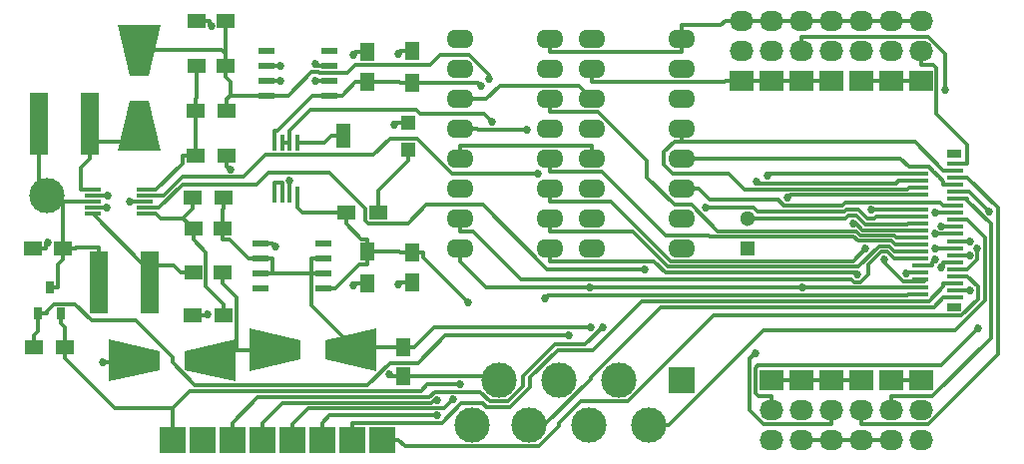
<source format=gtl>
G04 #@! TF.FileFunction,Copper,L1,Top,Signal*
%FSLAX46Y46*%
G04 Gerber Fmt 4.6, Leading zero omitted, Abs format (unit mm)*
G04 Created by KiCad (PCBNEW 4.0.4+e1-6308~48~ubuntu16.04.1-stable) date Wed Oct 19 17:44:58 2016*
%MOMM*%
%LPD*%
G01*
G04 APERTURE LIST*
%ADD10C,0.150000*%
%ADD11R,1.500000X1.250000*%
%ADD12R,1.250000X1.500000*%
%ADD13R,1.300000X1.300000*%
%ADD14C,1.300000*%
%ADD15R,1.501140X5.300980*%
%ADD16R,2.235200X2.235200*%
%ADD17R,0.800100X1.000760*%
%ADD18R,1.500000X1.300000*%
%ADD19R,1.300000X1.500000*%
%ADD20R,1.300000X2.000000*%
%ADD21R,1.400000X0.300000*%
%ADD22R,0.450000X1.450000*%
%ADD23R,2.032000X1.727200*%
%ADD24O,2.032000X1.727200*%
%ADD25O,2.300000X1.600000*%
%ADD26R,1.399540X0.599440*%
%ADD27C,3.000000*%
%ADD28R,1.200000X0.650000*%
%ADD29C,0.685800*%
%ADD30C,0.355600*%
%ADD31C,0.304800*%
%ADD32C,0.299800*%
G04 APERTURE END LIST*
D10*
D11*
X82149000Y-131064000D03*
X79649000Y-131064000D03*
X93238000Y-133096000D03*
X95738000Y-133096000D03*
X95738000Y-129413000D03*
X93238000Y-129413000D03*
X95992000Y-115570000D03*
X93492000Y-115570000D03*
D12*
X110998000Y-139466000D03*
X110998000Y-141966000D03*
D11*
X93492000Y-111760000D03*
X95992000Y-111760000D03*
D12*
X107950000Y-116947000D03*
X107950000Y-114447000D03*
X111760000Y-131465000D03*
X111760000Y-133965000D03*
D13*
X140208000Y-131064000D03*
D14*
X140208000Y-128564000D03*
D10*
G36*
X86845140Y-112124490D02*
X90446860Y-112124490D01*
X89446100Y-116424710D01*
X87845900Y-116424710D01*
X86845140Y-112124490D01*
X86845140Y-112124490D01*
G37*
G36*
X90446860Y-122825510D02*
X86845140Y-122825510D01*
X87845900Y-118525290D01*
X89446100Y-118525290D01*
X90446860Y-122825510D01*
X90446860Y-122825510D01*
G37*
G36*
X86089490Y-142389860D02*
X86089490Y-138788140D01*
X90389710Y-139788900D01*
X90389710Y-141389100D01*
X86089490Y-142389860D01*
X86089490Y-142389860D01*
G37*
G36*
X96790510Y-138788140D02*
X96790510Y-142389860D01*
X92490290Y-141389100D01*
X92490290Y-139788900D01*
X96790510Y-138788140D01*
X96790510Y-138788140D01*
G37*
G36*
X98027490Y-141500860D02*
X98027490Y-137899140D01*
X102327710Y-138899900D01*
X102327710Y-140500100D01*
X98027490Y-141500860D01*
X98027490Y-141500860D01*
G37*
G36*
X108728510Y-137899140D02*
X108728510Y-141500860D01*
X104428290Y-140500100D01*
X104428290Y-138899900D01*
X108728510Y-137899140D01*
X108728510Y-137899140D01*
G37*
D15*
X85217000Y-133985000D03*
X89535000Y-133985000D03*
X80137000Y-120523000D03*
X84455000Y-120523000D03*
D16*
X93980000Y-147320000D03*
X101600000Y-147320000D03*
X99060000Y-147320000D03*
X104140000Y-147320000D03*
D17*
X81026000Y-134409180D03*
X81978500Y-136608820D03*
X80073500Y-136608820D03*
D18*
X82376000Y-139446000D03*
X79676000Y-139446000D03*
X95838000Y-126746000D03*
X93138000Y-126746000D03*
X95838000Y-136779000D03*
X93138000Y-136779000D03*
X96092000Y-123190000D03*
X93392000Y-123190000D03*
X93392000Y-119380000D03*
X96092000Y-119380000D03*
D19*
X111760000Y-117047000D03*
X111760000Y-114347000D03*
D18*
X108919000Y-128016000D03*
X106219000Y-128016000D03*
D19*
X107950000Y-131365000D03*
X107950000Y-134065000D03*
D13*
X111418000Y-120389000D03*
X111418000Y-122689000D03*
D20*
X105918000Y-121539000D03*
D21*
X89068000Y-128127000D03*
X89068000Y-127627000D03*
X89068000Y-127127000D03*
X89068000Y-126627000D03*
X89068000Y-126127000D03*
X84668000Y-126127000D03*
X84668000Y-126627000D03*
X84668000Y-127127000D03*
X84668000Y-127627000D03*
X84668000Y-128127000D03*
D22*
X100117000Y-126533000D03*
X100767000Y-126533000D03*
X101417000Y-126533000D03*
X102067000Y-126533000D03*
X102067000Y-122133000D03*
X101417000Y-122133000D03*
X100767000Y-122133000D03*
X100117000Y-122133000D03*
D16*
X96520000Y-147320000D03*
X106680000Y-147320000D03*
X109220000Y-147320000D03*
X134620000Y-142240000D03*
D23*
X154940000Y-142240000D03*
D24*
X154940000Y-144780000D03*
X154940000Y-147320000D03*
D23*
X152400000Y-116840000D03*
D24*
X152400000Y-114300000D03*
X152400000Y-111760000D03*
D23*
X149860000Y-116840000D03*
D24*
X149860000Y-114300000D03*
X149860000Y-111760000D03*
D23*
X147320000Y-116840000D03*
D24*
X147320000Y-114300000D03*
X147320000Y-111760000D03*
D23*
X144780000Y-116840000D03*
D24*
X144780000Y-114300000D03*
X144780000Y-111760000D03*
D23*
X142240000Y-116840000D03*
D24*
X142240000Y-114300000D03*
X142240000Y-111760000D03*
D23*
X139700000Y-116840000D03*
D24*
X139700000Y-114300000D03*
X139700000Y-111760000D03*
D23*
X152400000Y-142240000D03*
D24*
X152400000Y-144780000D03*
X152400000Y-147320000D03*
D23*
X144780000Y-142240000D03*
D24*
X144780000Y-144780000D03*
X144780000Y-147320000D03*
D23*
X142240000Y-142240000D03*
D24*
X142240000Y-144780000D03*
X142240000Y-147320000D03*
D23*
X149860000Y-142240000D03*
D24*
X149860000Y-144780000D03*
X149860000Y-147320000D03*
D23*
X147320000Y-142240000D03*
D24*
X147320000Y-144780000D03*
X147320000Y-147320000D03*
D25*
X123444000Y-131064000D03*
X123444000Y-128524000D03*
X123444000Y-125984000D03*
X123444000Y-123444000D03*
X123444000Y-120904000D03*
X123444000Y-118364000D03*
X123444000Y-115824000D03*
X123444000Y-113284000D03*
X115824000Y-113284000D03*
X115824000Y-115824000D03*
X115824000Y-118364000D03*
X115824000Y-120904000D03*
X115824000Y-123444000D03*
X115824000Y-125984000D03*
X115824000Y-128524000D03*
X115824000Y-131064000D03*
X134620000Y-131064000D03*
X134620000Y-128524000D03*
X134620000Y-125984000D03*
X134620000Y-123444000D03*
X134620000Y-120904000D03*
X134620000Y-118364000D03*
X134620000Y-115824000D03*
X134620000Y-113284000D03*
X127000000Y-113284000D03*
X127000000Y-115824000D03*
X127000000Y-118364000D03*
X127000000Y-120904000D03*
X127000000Y-123444000D03*
X127000000Y-125984000D03*
X127000000Y-128524000D03*
X127000000Y-131064000D03*
D26*
X99441000Y-118110000D03*
X104775000Y-118110000D03*
X99441000Y-116840000D03*
X99441000Y-115570000D03*
X99441000Y-114300000D03*
X104775000Y-116840000D03*
X104775000Y-115570000D03*
X104775000Y-114300000D03*
X98933000Y-134493000D03*
X104267000Y-134493000D03*
X98933000Y-133223000D03*
X98933000Y-131953000D03*
X98933000Y-130683000D03*
X104267000Y-133223000D03*
X104267000Y-131953000D03*
X104267000Y-130683000D03*
D27*
X80772000Y-126619000D03*
X119126000Y-142240000D03*
X116840000Y-146050000D03*
X121666000Y-146050000D03*
X126746000Y-146050000D03*
X124206000Y-142240000D03*
X131826000Y-146050000D03*
X129286000Y-142240000D03*
D23*
X154940000Y-116840000D03*
D24*
X154940000Y-114300000D03*
X154940000Y-111760000D03*
D16*
X91440000Y-147320000D03*
D21*
X157880000Y-135255000D03*
X154930000Y-134955000D03*
X157880000Y-134655000D03*
X154930000Y-134355000D03*
X157880000Y-134055000D03*
X154930000Y-133755000D03*
X157880000Y-133455000D03*
X154930000Y-133155000D03*
X157880000Y-132855000D03*
X154930000Y-132555000D03*
X157880000Y-132255000D03*
X154930000Y-131955000D03*
X157880000Y-131655000D03*
X154930000Y-131355000D03*
X157880000Y-131055000D03*
X154930000Y-130755000D03*
X157880000Y-130455000D03*
X154930000Y-130155000D03*
X157880000Y-129855000D03*
X154930000Y-129555000D03*
X157880000Y-129255000D03*
X154930000Y-128955000D03*
X157880000Y-128655000D03*
X154930000Y-128355000D03*
X157880000Y-128055000D03*
X154930000Y-127755000D03*
X157880000Y-127455000D03*
X154930000Y-127155000D03*
X157880000Y-126855000D03*
X154930000Y-126555000D03*
X157880000Y-126255000D03*
X154930000Y-125955000D03*
X157880000Y-125655000D03*
X154930000Y-125355000D03*
X157880000Y-125055000D03*
X154930000Y-124755000D03*
X157880000Y-124455000D03*
X154930000Y-124155000D03*
X157880000Y-123855000D03*
D28*
X157730000Y-136080000D03*
X157730000Y-123030000D03*
D29*
X123028300Y-135350700D03*
X117601600Y-117289200D03*
X118313000Y-116719100D03*
X116515000Y-135681100D03*
X136673100Y-127583500D03*
X126925500Y-137757000D03*
X159084300Y-131655000D03*
X149557500Y-133297300D03*
X156145600Y-131055000D03*
X150274700Y-131086200D03*
X159088400Y-130455000D03*
X156128200Y-129855000D03*
X151826300Y-132014600D03*
X149180500Y-128966900D03*
X156672200Y-129206900D03*
X157047700Y-117587200D03*
X156190000Y-128055000D03*
X150747400Y-127806700D03*
X125132200Y-138485400D03*
X156664700Y-132703400D03*
X160762000Y-127956400D03*
X159843600Y-137880900D03*
X143673100Y-126754200D03*
X141969700Y-124907300D03*
X140904500Y-139974700D03*
X141004100Y-125409400D03*
X118566800Y-120324500D03*
X131534300Y-132838400D03*
X122479900Y-124762300D03*
X100166000Y-130885000D03*
X103576000Y-115401000D03*
X103563000Y-116861000D03*
X100647000Y-115591000D03*
X100647000Y-116861000D03*
X101417000Y-125303000D03*
X85887100Y-127627000D03*
X85933500Y-126627000D03*
X87850200Y-127123000D03*
X110238000Y-120589000D03*
X106785000Y-134250000D03*
X110585000Y-114542000D03*
X96353800Y-124370000D03*
X94404800Y-136676000D03*
X85532600Y-140758000D03*
X110631000Y-134138000D03*
X106798000Y-114643000D03*
X94741500Y-112247000D03*
X109870000Y-141793000D03*
X80899000Y-130582000D03*
X159109800Y-134655000D03*
X144928400Y-134410500D03*
X115824000Y-142585100D03*
X126906800Y-134380400D03*
X115239500Y-143900900D03*
X113943400Y-143946400D03*
X121543700Y-120996000D03*
X113936900Y-145247000D03*
X127928800Y-137775000D03*
X153733700Y-133234200D03*
X159706000Y-131086000D03*
X156147100Y-132020900D03*
D30*
X110679500Y-116947000D02*
X110779500Y-117047000D01*
X107950000Y-116947000D02*
X110679500Y-116947000D01*
X105832500Y-118110000D02*
X104775000Y-118110000D01*
X106994500Y-116947000D02*
X105832500Y-118110000D01*
X103331200Y-118110000D02*
X104775000Y-118110000D01*
X100364700Y-121077500D02*
X103331200Y-118110000D01*
X100117000Y-121077500D02*
X100364700Y-121077500D01*
X107950000Y-116947000D02*
X106994500Y-116947000D01*
X100117000Y-122133000D02*
X100117000Y-121077500D01*
X111760000Y-117047000D02*
X110779500Y-117047000D01*
X123295000Y-135084000D02*
X123028300Y-135350700D01*
X153770500Y-135084000D02*
X123295000Y-135084000D01*
X153899500Y-134955000D02*
X153770500Y-135084000D01*
X155330000Y-134955000D02*
X153899500Y-134955000D01*
X117359400Y-117047000D02*
X111760000Y-117047000D01*
X117601600Y-117289200D02*
X117359400Y-117047000D01*
X95652100Y-114274600D02*
X95992000Y-114614500D01*
X88646000Y-114274600D02*
X95652100Y-114274600D01*
X95992000Y-115570000D02*
X95992000Y-114614500D01*
X95992000Y-114614500D02*
X95992000Y-111760000D01*
X101275000Y-118110000D02*
X99441000Y-118110000D01*
X103261000Y-116124000D02*
X101275000Y-118110000D01*
X103810000Y-116124000D02*
X103261000Y-116124000D01*
X103895000Y-116210000D02*
X103810000Y-116124000D01*
X106312000Y-116210000D02*
X103895000Y-116210000D01*
X106994000Y-115528000D02*
X106312000Y-116210000D01*
X113332000Y-115528000D02*
X106994000Y-115528000D01*
X114184000Y-114675000D02*
X113332000Y-115528000D01*
X116633000Y-114675000D02*
X114184000Y-114675000D01*
X118313000Y-116355000D02*
X116633000Y-114675000D01*
X118313000Y-116719100D02*
X118313000Y-116355000D01*
X96092000Y-119380000D02*
X96092000Y-118399500D01*
X96381500Y-116915000D02*
X95992000Y-116525500D01*
X96381500Y-118110000D02*
X96381500Y-116915000D01*
X99441000Y-118110000D02*
X96381500Y-118110000D01*
X96381500Y-118110000D02*
X96092000Y-118399500D01*
X95992000Y-115570000D02*
X95992000Y-116525500D01*
X157480000Y-128655000D02*
X158910500Y-128655000D01*
X160379400Y-130123900D02*
X158910500Y-128655000D01*
X160379400Y-135503300D02*
X160379400Y-130123900D01*
X157890600Y-137992100D02*
X160379400Y-135503300D01*
X141580600Y-137992100D02*
X157890600Y-137992100D01*
X133522700Y-146050000D02*
X141580600Y-137992100D01*
X131826000Y-146050000D02*
X133522700Y-146050000D01*
X111760000Y-131465000D02*
X110804500Y-131465000D01*
X102067000Y-126533000D02*
X102067000Y-127588500D01*
X102494500Y-128016000D02*
X102067000Y-127588500D01*
X106219000Y-128016000D02*
X102494500Y-128016000D01*
X104267000Y-134493000D02*
X105297300Y-134493000D01*
X107507000Y-130284500D02*
X106219000Y-128996500D01*
X107950000Y-130284500D02*
X107507000Y-130284500D01*
X110704500Y-131365000D02*
X107950000Y-131365000D01*
X110804500Y-131465000D02*
X110704500Y-131365000D01*
X107344800Y-132445500D02*
X105297300Y-134493000D01*
X107950000Y-132445500D02*
X107344800Y-132445500D01*
X106219000Y-128016000D02*
X106219000Y-128996500D01*
X107950000Y-131365000D02*
X107950000Y-132445500D01*
X107950000Y-131365000D02*
X107950000Y-130284500D01*
X111760000Y-131465000D02*
X112715500Y-131465000D01*
X112715500Y-131881600D02*
X112715500Y-131465000D01*
X116515000Y-135681100D02*
X112715500Y-131881600D01*
X123014600Y-146050000D02*
X121666000Y-146050000D01*
X126925900Y-142138700D02*
X123014600Y-146050000D01*
X126925900Y-142006800D02*
X126925900Y-142138700D01*
X132880900Y-136051800D02*
X126925900Y-142006800D01*
X156052700Y-136051800D02*
X132880900Y-136051800D01*
X156849500Y-135255000D02*
X156052700Y-136051800D01*
X157480000Y-135255000D02*
X156849500Y-135255000D01*
X95738000Y-127826500D02*
X95838000Y-127726500D01*
X95738000Y-129413000D02*
X95738000Y-127826500D01*
X96318700Y-130368500D02*
X97902700Y-131953000D01*
X95738000Y-130368500D02*
X96318700Y-130368500D01*
X99963300Y-131953000D02*
X99963300Y-133223000D01*
X98933000Y-133223000D02*
X99963300Y-133223000D01*
X98933000Y-131953000D02*
X99963300Y-131953000D01*
X95738000Y-129413000D02*
X95738000Y-130368500D01*
X98933000Y-131953000D02*
X97902700Y-131953000D01*
X95838000Y-126746000D02*
X95838000Y-127726500D01*
X104267000Y-133223000D02*
X103236700Y-133223000D01*
X110998000Y-139466000D02*
X106812400Y-139466000D01*
X106812400Y-139466000D02*
X106578400Y-139700000D01*
X103236700Y-131953000D02*
X103236700Y-133223000D01*
X104267000Y-131953000D02*
X103236700Y-131953000D01*
X103236700Y-135890300D02*
X103236700Y-133223000D01*
X106812400Y-139466000D02*
X103236700Y-135890300D01*
X103236700Y-133223000D02*
X99963300Y-133223000D01*
X155330000Y-128355000D02*
X153899500Y-128355000D01*
X110998000Y-139466000D02*
X111953500Y-139466000D01*
X113662500Y-137757000D02*
X111953500Y-139466000D01*
X126925500Y-137757000D02*
X113662500Y-137757000D01*
X151151500Y-128355000D02*
X153899500Y-128355000D01*
X150974600Y-128531900D02*
X151151500Y-128355000D01*
X150416700Y-128531900D02*
X150974600Y-128531900D01*
X149633600Y-127748800D02*
X150416700Y-128531900D01*
X148629500Y-127748800D02*
X149633600Y-127748800D01*
X148458400Y-127919900D02*
X148629500Y-127748800D01*
X141087800Y-127919900D02*
X148458400Y-127919900D01*
X140751400Y-127583500D02*
X141087800Y-127919900D01*
X136673100Y-127583500D02*
X140751400Y-127583500D01*
D31*
X157480000Y-125655000D02*
X156874900Y-125655000D01*
X155630400Y-124155000D02*
X155330000Y-124155000D01*
X156034700Y-124559000D02*
X155630400Y-124155000D01*
X156035100Y-124559000D02*
X156034700Y-124559000D01*
X156509600Y-125033500D02*
X156035100Y-124559000D01*
X156874900Y-125398500D02*
X156509600Y-125033500D01*
X156874900Y-125655000D02*
X156874900Y-125398500D01*
X134620000Y-123444000D02*
X136075100Y-123444000D01*
X153213900Y-123444000D02*
X136075100Y-123444000D01*
X153924900Y-124155000D02*
X153213900Y-123444000D01*
X155330000Y-124155000D02*
X153924900Y-124155000D01*
X157480000Y-134055000D02*
X156874900Y-134055000D01*
X106680000Y-147320000D02*
X106680000Y-145897300D01*
X114327800Y-145897300D02*
X106680000Y-145897300D01*
X115982300Y-144242800D02*
X114327800Y-145897300D01*
X117777800Y-144242800D02*
X115982300Y-144242800D01*
X118063700Y-144528700D02*
X117777800Y-144242800D01*
X120101500Y-144528700D02*
X118063700Y-144528700D01*
X121802200Y-142828000D02*
X120101500Y-144528700D01*
X121802200Y-142032500D02*
X121802200Y-142828000D01*
X124146200Y-139688500D02*
X121802200Y-142032500D01*
X127157000Y-139688500D02*
X124146200Y-139688500D01*
X131276600Y-135568900D02*
X127157000Y-139688500D01*
X155639700Y-135568900D02*
X131276600Y-135568900D01*
X156874900Y-134333700D02*
X155639700Y-135568900D01*
X156874900Y-134055000D02*
X156874900Y-134333700D01*
X155330000Y-131955000D02*
X153924900Y-131955000D01*
X115824000Y-128524000D02*
X115824000Y-129629100D01*
X152683200Y-131955000D02*
X153924900Y-131955000D01*
X152081300Y-131353100D02*
X152683200Y-131955000D01*
X151571200Y-131353100D02*
X152081300Y-131353100D01*
X150513800Y-132410500D02*
X151571200Y-131353100D01*
X150513800Y-133257500D02*
X150513800Y-132410500D01*
X149826000Y-133945300D02*
X150513800Y-133257500D01*
X149289100Y-133945300D02*
X149826000Y-133945300D01*
X149046100Y-133702300D02*
X149289100Y-133945300D01*
X121002300Y-133702300D02*
X149046100Y-133702300D01*
X116929100Y-129629100D02*
X121002300Y-133702300D01*
X115824000Y-129629100D02*
X116929100Y-129629100D01*
X123444000Y-131064000D02*
X123444000Y-132169100D01*
X157480000Y-131655000D02*
X159084300Y-131655000D01*
X149390700Y-133130500D02*
X149557500Y-133297300D01*
X133267400Y-133130500D02*
X149390700Y-133130500D01*
X132306000Y-132169100D02*
X133267400Y-133130500D01*
X123444000Y-132169100D02*
X132306000Y-132169100D01*
X155330000Y-131355000D02*
X153924900Y-131355000D01*
X123444000Y-128524000D02*
X123444000Y-129629100D01*
X152730200Y-131355000D02*
X153924900Y-131355000D01*
X152270800Y-130895600D02*
X152730200Y-131355000D01*
X151381700Y-130895600D02*
X152270800Y-130895600D01*
X149650300Y-132627000D02*
X151381700Y-130895600D01*
X133477600Y-132627000D02*
X149650300Y-132627000D01*
X130479700Y-129629100D02*
X133477600Y-132627000D01*
X123444000Y-129629100D02*
X130479700Y-129629100D01*
X123444000Y-125984000D02*
X123444000Y-127089100D01*
X157480000Y-131055000D02*
X156145600Y-131055000D01*
X149191500Y-132169400D02*
X150274700Y-131086200D01*
X133703300Y-132169400D02*
X149191500Y-132169400D01*
X128623000Y-127089100D02*
X133703300Y-132169400D01*
X123444000Y-127089100D02*
X128623000Y-127089100D01*
X155330000Y-130755000D02*
X153924900Y-130755000D01*
X123444000Y-123444000D02*
X123444000Y-124549100D01*
X152777200Y-130755000D02*
X153924900Y-130755000D01*
X152460300Y-130438100D02*
X152777200Y-130755000D01*
X149627200Y-130438100D02*
X152460300Y-130438100D01*
X149261500Y-130072400D02*
X149627200Y-130438100D01*
X137053000Y-130072400D02*
X149261500Y-130072400D01*
X136936400Y-129955800D02*
X137053000Y-130072400D01*
X133281500Y-129955800D02*
X136936400Y-129955800D01*
X127874800Y-124549100D02*
X133281500Y-129955800D01*
X123444000Y-124549100D02*
X127874800Y-124549100D01*
X157480000Y-130455000D02*
X159088400Y-130455000D01*
X155330000Y-130155000D02*
X153924900Y-130155000D01*
X123444000Y-118364000D02*
X123444000Y-119469100D01*
X152824200Y-130155000D02*
X153924900Y-130155000D01*
X152649800Y-129980600D02*
X152824200Y-130155000D01*
X149816700Y-129980600D02*
X152649800Y-129980600D01*
X149451000Y-129614900D02*
X149816700Y-129980600D01*
X137709400Y-129614900D02*
X149451000Y-129614900D01*
X135499500Y-127405000D02*
X137709400Y-129614900D01*
X134057200Y-127405000D02*
X135499500Y-127405000D01*
X131725800Y-125073600D02*
X134057200Y-127405000D01*
X131725800Y-123674600D02*
X131725800Y-125073600D01*
X127520300Y-119469100D02*
X131725800Y-123674600D01*
X123444000Y-119469100D02*
X127520300Y-119469100D01*
X157480000Y-129855000D02*
X156128200Y-129855000D01*
X92336900Y-123863200D02*
X92336900Y-123190000D01*
X90073100Y-126127000D02*
X92336900Y-123863200D01*
X89068000Y-126127000D02*
X90073100Y-126127000D01*
X93392000Y-123190000D02*
X92336900Y-123190000D01*
X93392000Y-123190000D02*
X93392000Y-119380000D01*
X93492000Y-118324900D02*
X93492000Y-115570000D01*
X93392000Y-118424900D02*
X93492000Y-118324900D01*
X93392000Y-119380000D02*
X93392000Y-118424900D01*
X134620000Y-125984000D02*
X136075100Y-125984000D01*
X155330000Y-127155000D02*
X153924900Y-127155000D01*
X156574900Y-127155000D02*
X155935100Y-127155000D01*
X156874900Y-127455000D02*
X156574900Y-127155000D01*
X155330000Y-127155000D02*
X155935100Y-127155000D01*
X157480000Y-127455000D02*
X156874900Y-127455000D01*
X148540400Y-127155000D02*
X153924900Y-127155000D01*
X148286100Y-127409300D02*
X148540400Y-127155000D01*
X143323500Y-127409300D02*
X148286100Y-127409300D01*
X142849200Y-126935000D02*
X143323500Y-127409300D01*
X137026100Y-126935000D02*
X142849200Y-126935000D01*
X136075100Y-125984000D02*
X137026100Y-126935000D01*
X151826300Y-132277200D02*
X151826300Y-132014600D01*
X153431400Y-133882300D02*
X151826300Y-132277200D01*
X155202700Y-133882300D02*
X153431400Y-133882300D01*
X155330000Y-133755000D02*
X155202700Y-133882300D01*
X89068000Y-128127000D02*
X90073100Y-128127000D01*
X93138000Y-126746000D02*
X93138000Y-127701100D01*
X92332000Y-128507100D02*
X92332100Y-128507000D01*
X90453200Y-128507100D02*
X92332000Y-128507100D01*
X90073100Y-128127000D02*
X90453200Y-128507100D01*
X92332100Y-128507000D02*
X93138000Y-127701100D01*
X92332100Y-128507000D02*
X93238000Y-129413000D01*
X94293200Y-134279100D02*
X95838000Y-135823900D01*
X94293200Y-131398300D02*
X94293200Y-134279100D01*
X93238000Y-130343100D02*
X94293200Y-131398300D01*
X93238000Y-129413000D02*
X93238000Y-130343100D01*
X95838000Y-136779000D02*
X95838000Y-135823900D01*
X111186900Y-147864200D02*
X110642700Y-147320000D01*
X122519100Y-147864200D02*
X111186900Y-147864200D01*
X124206100Y-146177200D02*
X122519100Y-147864200D01*
X124206100Y-145937300D02*
X124206100Y-146177200D01*
X126095400Y-144048000D02*
X124206100Y-145937300D01*
X130108800Y-144048000D02*
X126095400Y-144048000D01*
X137367800Y-136789000D02*
X130108800Y-144048000D01*
X158377500Y-136789000D02*
X137367800Y-136789000D01*
X159763500Y-135403000D02*
X158377500Y-136789000D01*
X159763500Y-134323100D02*
X159763500Y-135403000D01*
X158895400Y-133455000D02*
X159763500Y-134323100D01*
X157480000Y-133455000D02*
X158895400Y-133455000D01*
X109220000Y-147320000D02*
X110642700Y-147320000D01*
X155330000Y-129555000D02*
X153924900Y-129555000D01*
X153893000Y-129523100D02*
X153924900Y-129555000D01*
X150006200Y-129523100D02*
X153893000Y-129523100D01*
X149450000Y-128966900D02*
X150006200Y-129523100D01*
X149180500Y-128966900D02*
X149450000Y-128966900D01*
X144780000Y-114300000D02*
X144780000Y-113131300D01*
X157480000Y-129255000D02*
X156874900Y-129255000D01*
X155601800Y-113131300D02*
X144780000Y-113131300D01*
X157047700Y-114577200D02*
X155601800Y-113131300D01*
X157047700Y-117587200D02*
X157047700Y-114577200D01*
X156720300Y-129255000D02*
X156672200Y-129206900D01*
X156874900Y-129255000D02*
X156720300Y-129255000D01*
X157480000Y-128055000D02*
X156190000Y-128055000D01*
X155330000Y-127755000D02*
X153924900Y-127755000D01*
X150799100Y-127755000D02*
X153924900Y-127755000D01*
X150747400Y-127806700D02*
X150799100Y-127755000D01*
X155975700Y-115468700D02*
X154940000Y-115468700D01*
X156261200Y-115754200D02*
X155975700Y-115468700D01*
X156261200Y-119632200D02*
X156261200Y-115754200D01*
X158885100Y-122256100D02*
X156261200Y-119632200D01*
X158885100Y-123855000D02*
X158885100Y-122256100D01*
X157480000Y-123855000D02*
X158885100Y-123855000D01*
X154940000Y-114300000D02*
X154940000Y-115468700D01*
X80073500Y-136608800D02*
X80778700Y-136608800D01*
X80073500Y-138093400D02*
X80073500Y-136608800D01*
X79676000Y-138490900D02*
X80073500Y-138093400D01*
X79676000Y-139446000D02*
X79676000Y-138490900D01*
X80778700Y-136432500D02*
X80778700Y-136608800D01*
X81408000Y-135803200D02*
X80778700Y-136432500D01*
X83186800Y-135803200D02*
X81408000Y-135803200D01*
X84608500Y-137224900D02*
X83186800Y-135803200D01*
X88323300Y-137224900D02*
X84608500Y-137224900D01*
X91440000Y-140341600D02*
X88323300Y-137224900D01*
X91440000Y-140770700D02*
X91440000Y-140341600D01*
X93371200Y-142701900D02*
X91440000Y-140770700D01*
X108002000Y-142701900D02*
X93371200Y-142701900D01*
X109912500Y-140791400D02*
X108002000Y-142701900D01*
X112319000Y-140791400D02*
X109912500Y-140791400D01*
X114625000Y-138485400D02*
X112319000Y-140791400D01*
X125132200Y-138485400D02*
X114625000Y-138485400D01*
D30*
X81026000Y-134409200D02*
X81756600Y-134409200D01*
X82149000Y-131064000D02*
X82149000Y-130108500D01*
X85217000Y-133985000D02*
X85217000Y-131004000D01*
X81756600Y-132411900D02*
X82149000Y-132019500D01*
X81756600Y-134409200D02*
X81756600Y-132411900D01*
X83289500Y-131004000D02*
X85217000Y-131004000D01*
X83229500Y-131064000D02*
X83289500Y-131004000D01*
X82149000Y-131064000D02*
X83229500Y-131064000D01*
X82149000Y-131064000D02*
X82149000Y-132019500D01*
D32*
X84255500Y-127127000D02*
X84668000Y-127127000D01*
D30*
X82149000Y-130108500D02*
X82149000Y-127127000D01*
X82149000Y-127127000D02*
X84255500Y-127127000D01*
X81280000Y-127127000D02*
X80772000Y-126619000D01*
X82149000Y-127127000D02*
X81280000Y-127127000D01*
X80137000Y-125984000D02*
X80137000Y-120523000D01*
X80772000Y-126619000D02*
X80137000Y-125984000D01*
D31*
X156874900Y-132493200D02*
X156664700Y-132703400D01*
X156874900Y-132255000D02*
X156874900Y-132493200D01*
X157480000Y-132255000D02*
X156874900Y-132255000D01*
X154429000Y-122009100D02*
X134620000Y-122009100D01*
X156874900Y-124455000D02*
X154429000Y-122009100D01*
X157480000Y-124455000D02*
X156874900Y-124455000D01*
X134620000Y-120904000D02*
X134620000Y-122009100D01*
X155330000Y-125955000D02*
X153924900Y-125955000D01*
X153806200Y-126073700D02*
X153924900Y-125955000D01*
X140003500Y-126073700D02*
X153806200Y-126073700D01*
X138656800Y-124727000D02*
X140003500Y-126073700D01*
X133912500Y-124727000D02*
X138656800Y-124727000D01*
X133156400Y-123970900D02*
X133912500Y-124727000D01*
X133156400Y-122909800D02*
X133156400Y-123970900D01*
X134057100Y-122009100D02*
X133156400Y-122909800D01*
X134620000Y-122009100D02*
X134057100Y-122009100D01*
X89535000Y-133985000D02*
X89535000Y-132507200D01*
X91594100Y-132507200D02*
X92182900Y-133096000D01*
X89535000Y-132507200D02*
X91594100Y-132507200D01*
X93238000Y-133096000D02*
X92182900Y-133096000D01*
X89048200Y-132507200D02*
X89535000Y-132507200D01*
X84668000Y-128127000D02*
X89048200Y-132507200D01*
X83662900Y-124270700D02*
X84455000Y-123478600D01*
X83662900Y-126127000D02*
X83662900Y-124270700D01*
X84668000Y-126127000D02*
X83662900Y-126127000D01*
X84455000Y-120523000D02*
X84455000Y-122000800D01*
X84455000Y-122000800D02*
X84455000Y-123478600D01*
X87320600Y-122000800D02*
X88646000Y-120675400D01*
X84455000Y-122000800D02*
X87320600Y-122000800D01*
X159060600Y-126255000D02*
X160762000Y-127956400D01*
X157480000Y-126255000D02*
X159060600Y-126255000D01*
X142240000Y-144780000D02*
X142240000Y-143611300D01*
X141204300Y-143611300D02*
X142240000Y-143611300D01*
X140918800Y-143325800D02*
X141204300Y-143611300D01*
X140918800Y-141235500D02*
X140918800Y-143325800D01*
X141124900Y-141029400D02*
X140918800Y-141235500D01*
X156695100Y-141029400D02*
X141124900Y-141029400D01*
X159843600Y-137880900D02*
X156695100Y-141029400D01*
X143872300Y-126555000D02*
X143673100Y-126754200D01*
X155330000Y-126555000D02*
X143872300Y-126555000D01*
X142122000Y-124755000D02*
X141969700Y-124907300D01*
X155330000Y-124755000D02*
X142122000Y-124755000D01*
X147320000Y-144780000D02*
X147320000Y-145948700D01*
X141581300Y-145948700D02*
X147320000Y-145948700D01*
X140456000Y-144823400D02*
X141581300Y-145948700D01*
X140456000Y-140423200D02*
X140456000Y-144823400D01*
X140904500Y-139974700D02*
X140456000Y-140423200D01*
X155576600Y-145948700D02*
X149860000Y-145948700D01*
X161461400Y-140063900D02*
X155576600Y-145948700D01*
X161461400Y-127631300D02*
X161461400Y-140063900D01*
X158885100Y-125055000D02*
X161461400Y-127631300D01*
X157480000Y-125055000D02*
X158885100Y-125055000D01*
X149860000Y-144780000D02*
X149860000Y-145948700D01*
D30*
X141175500Y-125580800D02*
X141004100Y-125409400D01*
X152842500Y-125580800D02*
X141175500Y-125580800D01*
X153068300Y-125355000D02*
X152842500Y-125580800D01*
X155330000Y-125355000D02*
X153068300Y-125355000D01*
X100767000Y-122133000D02*
X101417000Y-122133000D01*
X155330000Y-128955000D02*
X153899500Y-128955000D01*
X103139800Y-119354700D02*
X101417000Y-121077500D01*
X112173100Y-119354700D02*
X103139800Y-119354700D01*
X112452400Y-119634000D02*
X112173100Y-119354700D01*
X117876300Y-119634000D02*
X112452400Y-119634000D01*
X118566800Y-120324500D02*
X117876300Y-119634000D01*
X101417000Y-122133000D02*
X101417000Y-121077500D01*
X153814300Y-129040200D02*
X153899500Y-128955000D01*
X150206200Y-129040200D02*
X153814300Y-129040200D01*
X149439800Y-128273800D02*
X150206200Y-129040200D01*
X148823400Y-128273800D02*
X149439800Y-128273800D01*
X148533200Y-128564000D02*
X148823400Y-128273800D01*
X140208000Y-128564000D02*
X148533200Y-128564000D01*
D31*
X123230000Y-132838400D02*
X131534300Y-132838400D01*
X117777900Y-127386300D02*
X123230000Y-132838400D01*
X113024000Y-127386300D02*
X117777900Y-127386300D01*
X111439100Y-128971200D02*
X113024000Y-127386300D01*
X108042700Y-128971200D02*
X111439100Y-128971200D01*
X107806900Y-128735400D02*
X108042700Y-128971200D01*
X107806900Y-127671700D02*
X107806900Y-128735400D01*
X104782300Y-124647100D02*
X107806900Y-127671700D01*
X99619700Y-124647100D02*
X104782300Y-124647100D01*
X98596400Y-125670400D02*
X99619700Y-124647100D01*
X92286400Y-125670400D02*
X98596400Y-125670400D01*
X90329800Y-127627000D02*
X92286400Y-125670400D01*
X89068000Y-127627000D02*
X90329800Y-127627000D01*
X115225700Y-124762300D02*
X122479900Y-124762300D01*
X112197200Y-121733800D02*
X115225700Y-124762300D01*
X109925800Y-121733800D02*
X112197200Y-121733800D01*
X108496400Y-123163200D02*
X109925800Y-121733800D01*
X99372300Y-123163200D02*
X108496400Y-123163200D01*
X97517500Y-125018000D02*
X99372300Y-123163200D01*
X92289400Y-125018000D02*
X97517500Y-125018000D01*
X90680400Y-126627000D02*
X92289400Y-125018000D01*
X89068000Y-126627000D02*
X90680400Y-126627000D01*
D30*
X144780000Y-111760000D02*
X142240000Y-111760000D01*
X147320000Y-111760000D02*
X144780000Y-111760000D01*
X149860000Y-111760000D02*
X147320000Y-111760000D01*
X99963300Y-130683000D02*
X100166000Y-130885000D01*
X98933000Y-130683000D02*
X99963300Y-130683000D01*
X103745000Y-115570000D02*
X104775000Y-115570000D01*
X103576000Y-115401000D02*
X103745000Y-115570000D01*
X103745000Y-116840000D02*
X104775000Y-116840000D01*
X103724000Y-116861000D02*
X103745000Y-116840000D01*
X103563000Y-116861000D02*
X103724000Y-116861000D01*
X100471000Y-115570000D02*
X99441000Y-115570000D01*
X100492000Y-115591000D02*
X100471000Y-115570000D01*
X100647000Y-115591000D02*
X100492000Y-115591000D01*
X100471000Y-116840000D02*
X99441000Y-116840000D01*
X100492000Y-116861000D02*
X100471000Y-116840000D01*
X100647000Y-116861000D02*
X100492000Y-116861000D01*
X101417000Y-125303000D02*
X101417000Y-126533000D01*
X85887100Y-127627000D02*
X84668000Y-127627000D01*
X85933500Y-126627000D02*
X84668000Y-126627000D01*
X88037500Y-127127000D02*
X89068000Y-127127000D01*
X88033900Y-127123000D02*
X88037500Y-127127000D01*
X87850200Y-127123000D02*
X88033900Y-127123000D01*
X110438000Y-120389000D02*
X111418000Y-120389000D01*
X110238000Y-120589000D02*
X110438000Y-120389000D01*
X106970000Y-134065000D02*
X107950000Y-134065000D01*
X106785000Y-134250000D02*
X106970000Y-134065000D01*
X110780000Y-114347000D02*
X111760000Y-114347000D01*
X110585000Y-114542000D02*
X110780000Y-114347000D01*
X96092000Y-124170000D02*
X96092000Y-123190000D01*
X96154400Y-124170000D02*
X96092000Y-124170000D01*
X96353800Y-124370000D02*
X96154400Y-124170000D01*
X94218500Y-136779000D02*
X93138000Y-136779000D01*
X94321500Y-136676000D02*
X94218500Y-136779000D01*
X94404800Y-136676000D02*
X94321500Y-136676000D01*
X88070400Y-140758000D02*
X88239600Y-140589000D01*
X85532600Y-140758000D02*
X88070400Y-140758000D01*
X110804000Y-133965000D02*
X111760000Y-133965000D01*
X110631000Y-134138000D02*
X110804000Y-133965000D01*
X106994000Y-114447000D02*
X107950000Y-114447000D01*
X106798000Y-114643000D02*
X106994000Y-114447000D01*
X94572500Y-112078000D02*
X94741500Y-112247000D01*
X94572500Y-111760000D02*
X94572500Y-112078000D01*
X93492000Y-111760000D02*
X94572500Y-111760000D01*
X80729500Y-130752000D02*
X80899000Y-130582000D01*
X80729500Y-131064000D02*
X80729500Y-130752000D01*
X79649000Y-131064000D02*
X80729500Y-131064000D01*
X154940000Y-111760000D02*
X152400000Y-111760000D01*
X152400000Y-111760000D02*
X149860000Y-111760000D01*
X144780000Y-147320000D02*
X147320000Y-147320000D01*
X147320000Y-147320000D02*
X149860000Y-147320000D01*
X139700000Y-111760000D02*
X142240000Y-111760000D01*
X137960000Y-112153500D02*
X138353500Y-111760000D01*
X134620000Y-112153500D02*
X137960000Y-112153500D01*
X134620000Y-113284000D02*
X134620000Y-112153500D01*
X139700000Y-111760000D02*
X138353500Y-111760000D01*
X123444000Y-114414500D02*
X134620000Y-114414500D01*
X123444000Y-113284000D02*
X123444000Y-114414500D01*
X134620000Y-113284000D02*
X134620000Y-114414500D01*
X149860000Y-147320000D02*
X152400000Y-147320000D01*
X157480000Y-134655000D02*
X158910500Y-134655000D01*
X110042000Y-141966000D02*
X110998000Y-141966000D01*
X109870000Y-141793000D02*
X110042000Y-141966000D01*
X112020000Y-141899500D02*
X111953500Y-141966000D01*
X118785500Y-141899500D02*
X112020000Y-141899500D01*
X119126000Y-142240000D02*
X118785500Y-141899500D01*
X110998000Y-141966000D02*
X111953500Y-141966000D01*
X158910500Y-134655000D02*
X159109800Y-134655000D01*
D31*
X96911800Y-135200100D02*
X95738000Y-134026100D01*
X96911800Y-139700000D02*
X96911800Y-135200100D01*
X95529400Y-139700000D02*
X94640400Y-140589000D01*
X96911800Y-139700000D02*
X95529400Y-139700000D01*
X100177600Y-139700000D02*
X96911800Y-139700000D01*
X95738000Y-133096000D02*
X95738000Y-134026100D01*
X108919000Y-126143100D02*
X108919000Y-128016000D01*
X111418000Y-123644100D02*
X108919000Y-126143100D01*
X111418000Y-122689000D02*
X111418000Y-123644100D01*
X104368900Y-122133000D02*
X104962900Y-121539000D01*
X102067000Y-122133000D02*
X104368900Y-122133000D01*
X105918000Y-121539000D02*
X104962900Y-121539000D01*
X100767000Y-125502900D02*
X100117000Y-125502900D01*
X100767000Y-126533000D02*
X100767000Y-125502900D01*
X100117000Y-126533000D02*
X100117000Y-125502900D01*
X154940000Y-116840000D02*
X152400000Y-116840000D01*
X149860000Y-116840000D02*
X152400000Y-116840000D01*
X152400000Y-142240000D02*
X154940000Y-142240000D01*
X147320000Y-142240000D02*
X149860000Y-142240000D01*
X147320000Y-142240000D02*
X144780000Y-142240000D01*
X144780000Y-142240000D02*
X142240000Y-142240000D01*
X142240000Y-116840000D02*
X144780000Y-116840000D01*
X144780000Y-116840000D02*
X147320000Y-116840000D01*
X81978500Y-136608800D02*
X81978500Y-137414300D01*
X142240000Y-116840000D02*
X139700000Y-116840000D01*
X155330000Y-134355000D02*
X153924900Y-134355000D01*
X91440000Y-147320000D02*
X91440000Y-145897300D01*
X82376000Y-137811800D02*
X82376000Y-139446000D01*
X81978500Y-137414300D02*
X82376000Y-137811800D01*
X82376000Y-139446000D02*
X82376000Y-140401100D01*
X86574700Y-144599800D02*
X91440000Y-144599800D01*
X82376000Y-140401100D02*
X86574700Y-144599800D01*
X91440000Y-144599800D02*
X91440000Y-145897300D01*
X113094100Y-142585100D02*
X115824000Y-142585100D01*
X112519700Y-143159500D02*
X113094100Y-142585100D01*
X92880300Y-143159500D02*
X112519700Y-143159500D01*
X91440000Y-144599800D02*
X92880300Y-143159500D01*
X153869400Y-134410500D02*
X144928400Y-134410500D01*
X153924900Y-134355000D02*
X153869400Y-134410500D01*
X115824000Y-131064000D02*
X115824000Y-132169100D01*
X126936900Y-134410500D02*
X126906800Y-134380400D01*
X144928400Y-134410500D02*
X126936900Y-134410500D01*
X118035300Y-134380400D02*
X115824000Y-132169100D01*
X126906800Y-134380400D02*
X118035300Y-134380400D01*
X138289800Y-116929100D02*
X138378900Y-116840000D01*
X127000000Y-116929100D02*
X138289800Y-116929100D01*
X127000000Y-115824000D02*
X127000000Y-116929100D01*
X139700000Y-116840000D02*
X138378900Y-116840000D01*
X101600000Y-147320000D02*
X101600000Y-146011700D01*
X114546000Y-144594400D02*
X115239500Y-143900900D01*
X113672900Y-144594400D02*
X114546000Y-144594400D01*
X113628800Y-144638500D02*
X113672900Y-144594400D01*
X102973200Y-144638500D02*
X113628800Y-144638500D01*
X101600000Y-146011700D02*
X102973200Y-144638500D01*
X99060000Y-147320000D02*
X99060000Y-145897300D01*
X113673900Y-143946400D02*
X113943400Y-143946400D01*
X113439300Y-144181000D02*
X113673900Y-143946400D01*
X100776300Y-144181000D02*
X113439300Y-144181000D01*
X99060000Y-145897300D02*
X100776300Y-144181000D01*
X125894900Y-117258900D02*
X127000000Y-118364000D01*
X119208100Y-117258900D02*
X125894900Y-117258900D01*
X118103000Y-118364000D02*
X119208100Y-117258900D01*
X115824000Y-118364000D02*
X118103000Y-118364000D01*
X117371100Y-120996000D02*
X117279100Y-120904000D01*
X121543700Y-120996000D02*
X117371100Y-120996000D01*
X115824000Y-120904000D02*
X117279100Y-120904000D01*
X104140000Y-147320000D02*
X104140000Y-145897300D01*
X104790300Y-145247000D02*
X113936900Y-145247000D01*
X104140000Y-145897300D02*
X104790300Y-145247000D01*
X127000000Y-122338900D02*
X115824000Y-122338900D01*
X127000000Y-123444000D02*
X127000000Y-122338900D01*
X115824000Y-123444000D02*
X115824000Y-122338900D01*
X96520000Y-147320000D02*
X96520000Y-145897300D01*
X126472900Y-139230900D02*
X127928800Y-137775000D01*
X123886400Y-139230900D02*
X126472900Y-139230900D01*
X121183100Y-141934200D02*
X123886400Y-139230900D01*
X121183100Y-142800100D02*
X121183100Y-141934200D01*
X119912000Y-144071200D02*
X121183100Y-142800100D01*
X118385200Y-144071200D02*
X119912000Y-144071200D01*
X117566800Y-143252800D02*
X118385200Y-144071200D01*
X113720500Y-143252800D02*
X117566800Y-143252800D01*
X113249800Y-143723500D02*
X113720500Y-143252800D01*
X98693800Y-143723500D02*
X113249800Y-143723500D01*
X96520000Y-145897300D02*
X98693800Y-143723500D01*
X155330000Y-133155000D02*
X153924900Y-133155000D01*
X153845700Y-133234200D02*
X153733700Y-133234200D01*
X153924900Y-133155000D02*
X153845700Y-133234200D01*
X157480000Y-132855000D02*
X158885100Y-132855000D01*
X159736500Y-131116500D02*
X159706000Y-131086000D01*
X159736500Y-132003600D02*
X159736500Y-131116500D01*
X158885100Y-132855000D02*
X159736500Y-132003600D01*
X155935100Y-132232900D02*
X156147100Y-132020900D01*
X155935100Y-132555000D02*
X155935100Y-132232900D01*
X155330000Y-132555000D02*
X155935100Y-132555000D01*
X157480000Y-126855000D02*
X158885100Y-126855000D01*
X152400000Y-144780000D02*
X152400000Y-143611300D01*
X158885100Y-126995900D02*
X158885100Y-126855000D01*
X160865500Y-128976300D02*
X158885100Y-126995900D01*
X160865500Y-138676300D02*
X160865500Y-128976300D01*
X155930500Y-143611300D02*
X160865500Y-138676300D01*
X152400000Y-143611300D02*
X155930500Y-143611300D01*
M02*

</source>
